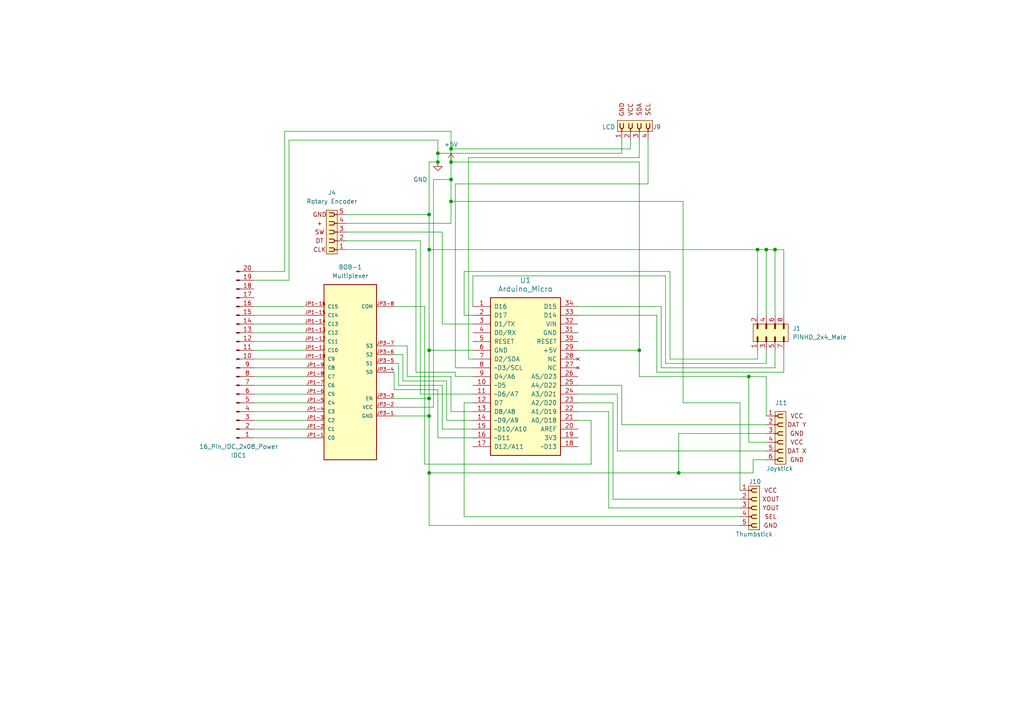
<source format=kicad_sch>
(kicad_sch (version 20230121) (generator eeschema)
  (paper "A4")
  (lib_symbols
    (symbol "16_Pin_IDC:2x09_IDC_Power" (pin_names (offset 1.016) hide)
      (property "Reference" "IDC" (at -13.97 25.4 0))
      (property "Value" "16_Pin_IDC_2x08_Power" (at -11.43 -30.48 0))
      (symbol "2x09_IDC_Power_1_1"
        (rectangle (start -15.6464 -26.543) (end -16.51 -26.797) (stroke (width 0.1524)) (fill (type outline)))
        (rectangle (start -15.6464 -24.003) (end -16.51 -24.257) (stroke (width 0.1524)) (fill (type outline)))
        (rectangle (start -15.6464 -21.463) (end -16.51 -21.717) (stroke (width 0.1524)) (fill (type outline)))
        (rectangle (start -15.6464 -18.923) (end -16.51 -19.177) (stroke (width 0.1524)) (fill (type outline)))
        (rectangle (start -15.6464 -16.383) (end -16.51 -16.637) (stroke (width 0.1524)) (fill (type outline)))
        (rectangle (start -15.6464 -13.843) (end -16.51 -14.097) (stroke (width 0.1524)) (fill (type outline)))
        (rectangle (start -15.6464 -11.303) (end -16.51 -11.557) (stroke (width 0.1524)) (fill (type outline)))
        (rectangle (start -15.6464 -8.763) (end -16.51 -9.017) (stroke (width 0.1524)) (fill (type outline)))
        (rectangle (start -15.6464 -6.223) (end -16.51 -6.477) (stroke (width 0.1524)) (fill (type outline)))
        (rectangle (start -15.6464 -3.683) (end -16.51 -3.937) (stroke (width 0.1524)) (fill (type outline)))
        (rectangle (start -15.6464 -1.143) (end -16.51 -1.397) (stroke (width 0.1524)) (fill (type outline)))
        (rectangle (start -15.6464 1.397) (end -16.51 1.143) (stroke (width 0.1524)) (fill (type outline)))
        (rectangle (start -15.6464 3.937) (end -16.51 3.683) (stroke (width 0.1524)) (fill (type outline)))
        (rectangle (start -15.6464 6.477) (end -16.51 6.223) (stroke (width 0.1524)) (fill (type outline)))
        (rectangle (start -15.6464 9.017) (end -16.51 8.763) (stroke (width 0.1524)) (fill (type outline)))
        (rectangle (start -15.6464 11.557) (end -16.51 11.303) (stroke (width 0.1524)) (fill (type outline)))
        (rectangle (start -15.6464 14.097) (end -16.51 13.843) (stroke (width 0.1524)) (fill (type outline)))
        (rectangle (start -15.6464 16.637) (end -16.51 16.383) (stroke (width 0.1524)) (fill (type outline)))
        (rectangle (start -15.6464 19.177) (end -16.51 18.923) (stroke (width 0.1524)) (fill (type outline)))
        (rectangle (start -15.6464 21.717) (end -16.51 21.463) (stroke (width 0.1524)) (fill (type outline)))
        (polyline (pts (xy -15.24 -26.67) (xy -15.6464 -26.67)) (stroke (width 0.1524)))
        (polyline (pts (xy -15.24 -24.13) (xy -15.6464 -24.13)) (stroke (width 0.1524)))
        (polyline (pts (xy -15.24 -21.59) (xy -15.6464 -21.59)) (stroke (width 0.1524)))
        (polyline (pts (xy -15.24 -19.05) (xy -15.6464 -19.05)) (stroke (width 0.1524)))
        (polyline (pts (xy -15.24 -16.51) (xy -15.6464 -16.51)) (stroke (width 0.1524)))
        (polyline (pts (xy -15.24 -13.97) (xy -15.6464 -13.97)) (stroke (width 0.1524)))
        (polyline (pts (xy -15.24 -11.43) (xy -15.6464 -11.43)) (stroke (width 0.1524)))
        (polyline (pts (xy -15.24 -8.89) (xy -15.6464 -8.89)) (stroke (width 0.1524)))
        (polyline (pts (xy -15.24 -6.35) (xy -15.6464 -6.35)) (stroke (width 0.1524)))
        (polyline (pts (xy -15.24 -3.81) (xy -15.6464 -3.81)) (stroke (width 0.1524)))
        (polyline (pts (xy -15.24 -1.27) (xy -15.6464 -1.27)) (stroke (width 0.1524)))
        (polyline (pts (xy -15.24 1.27) (xy -15.6464 1.27)) (stroke (width 0.1524)))
        (polyline (pts (xy -15.24 3.81) (xy -15.6464 3.81)) (stroke (width 0.1524)))
        (polyline (pts (xy -15.24 6.35) (xy -15.6464 6.35)) (stroke (width 0.1524)))
        (polyline (pts (xy -15.24 8.89) (xy -15.6464 8.89)) (stroke (width 0.1524)))
        (polyline (pts (xy -15.24 11.43) (xy -15.6464 11.43)) (stroke (width 0.1524)))
        (polyline (pts (xy -15.24 13.97) (xy -15.6464 13.97)) (stroke (width 0.1524)))
        (polyline (pts (xy -15.24 16.51) (xy -15.6464 16.51)) (stroke (width 0.1524)))
        (polyline (pts (xy -15.24 19.05) (xy -15.6464 19.05)) (stroke (width 0.1524)))
        (polyline (pts (xy -15.24 21.59) (xy -15.6464 21.59)) (stroke (width 0.1524)))
        (pin passive line (at -11.43 21.59 180) (length 3.81) (name "Pin_1") (number "1"))
        (pin passive line (at -11.43 -1.27 180) (length 3.81) (name "Pin_10") (number "10"))
        (pin passive line (at -11.43 -3.81 180) (length 3.81) (name "Pin_11") (number "11"))
        (pin passive line (at -11.43 -6.35 180) (length 3.81) (name "Pin_12") (number "12"))
        (pin passive line (at -11.43 -8.89 180) (length 3.81) (name "Pin_13") (number "13"))
        (pin passive line (at -11.43 -11.43 180) (length 3.81) (name "Pin_14") (number "14"))
        (pin passive line (at -11.43 -13.97 180) (length 3.81) (name "Pin_15") (number "15"))
        (pin passive line (at -11.43 -16.51 180) (length 3.81) (name "Pin_16") (number "16"))
        (pin passive line (at -11.43 -19.05 180) (length 3.81) (name "Pin_17") (number "17"))
        (pin passive line (at -11.43 -21.59 180) (length 3.81) (name "Pin_18") (number "18"))
        (pin passive line (at -11.43 -24.13 180) (length 3.81) (name "Pin_19") (number "19"))
        (pin passive line (at -11.43 19.05 180) (length 3.81) (name "Pin_2") (number "2"))
        (pin passive line (at -11.43 -26.67 180) (length 3.81) (name "Pin_20") (number "20"))
        (pin passive line (at -11.43 16.51 180) (length 3.81) (name "Pin_3") (number "3"))
        (pin passive line (at -11.43 13.97 180) (length 3.81) (name "Pin_4") (number "4"))
        (pin passive line (at -11.43 11.43 180) (length 3.81) (name "Pin_5") (number "5"))
        (pin passive line (at -11.43 8.89 180) (length 3.81) (name "Pin_6") (number "6"))
        (pin passive line (at -11.43 6.35 180) (length 3.81) (name "Pin_7") (number "7"))
        (pin passive line (at -11.43 3.81 180) (length 3.81) (name "Pin_8") (number "8"))
        (pin passive line (at -11.43 1.27 180) (length 3.81) (name "Pin_9") (number "9"))
      )
    )
    (symbol "Arduino:Arduino_Micro" (pin_names (offset 1.016))
      (property "Reference" "U" (at -10.16 26.67 0))
      (property "Value" "Arduino_Micro" (at -2.54 24.13 0))
      (symbol "Arduino_Micro_0_1"
        (rectangle (start -10.16 22.86) (end 10.16 -22.86) (stroke (width 0.254)) (fill (type background)))
      )
      (symbol "Arduino_Micro_1_1"
        (pin bidirectional line (at -15.24 20.32 0) (length 5.08) (name "D16") (number "1"))
        (pin bidirectional line (at -15.24 -2.54 0) (length 5.08) (name "~D5") (number "10"))
        (pin bidirectional line (at -15.24 -5.08 0) (length 5.08) (name "~D6/A7") (number "11"))
        (pin bidirectional line (at -15.24 -7.62 0) (length 5.08) (name "D7") (number "12"))
        (pin bidirectional line (at -15.24 -10.16 0) (length 5.08) (name "D8/A8") (number "13"))
        (pin bidirectional line (at -15.24 -12.7 0) (length 5.08) (name "~D9/A9") (number "14"))
        (pin bidirectional line (at -15.24 -15.24 0) (length 5.08) (name "~D10/A10") (number "15"))
        (pin bidirectional line (at -15.24 -17.78 0) (length 5.08) (name "~D11") (number "16"))
        (pin bidirectional line (at -15.24 -20.32 0) (length 5.08) (name "D12/A11") (number "17"))
        (pin bidirectional line (at 15.24 -20.32 180) (length 5.08) (name "~D13") (number "18"))
        (pin power_out line (at 15.24 -17.78 180) (length 5.08) (name "3V3") (number "19"))
        (pin bidirectional line (at -15.24 17.78 0) (length 5.08) (name "D17") (number "2"))
        (pin input line (at 15.24 -15.24 180) (length 5.08) (name "AREF") (number "20"))
        (pin bidirectional line (at 15.24 -12.7 180) (length 5.08) (name "A0/D18") (number "21"))
        (pin bidirectional line (at 15.24 -10.16 180) (length 5.08) (name "A1/D19") (number "22"))
        (pin bidirectional line (at 15.24 -7.62 180) (length 5.08) (name "A2/D20") (number "23"))
        (pin bidirectional line (at 15.24 -5.08 180) (length 5.08) (name "A3/D21") (number "24"))
        (pin bidirectional line (at 15.24 -2.54 180) (length 5.08) (name "A4/D22") (number "25"))
        (pin bidirectional line (at 15.24 0 180) (length 5.08) (name "A5/D23") (number "26"))
        (pin no_connect line (at 15.24 2.54 180) (length 5.08) (name "NC") (number "27"))
        (pin no_connect line (at 15.24 5.08 180) (length 5.08) (name "NC") (number "28"))
        (pin power_in line (at 15.24 7.62 180) (length 5.08) (name "+5V") (number "29"))
        (pin bidirectional line (at -15.24 15.24 0) (length 5.08) (name "D1/TX") (number "3"))
        (pin input line (at 15.24 10.16 180) (length 5.08) (name "RESET") (number "30"))
        (pin power_in line (at 15.24 12.7 180) (length 5.08) (name "GND") (number "31"))
        (pin power_out line (at 15.24 15.24 180) (length 5.08) (name "VIN") (number "32"))
        (pin bidirectional line (at 15.24 17.78 180) (length 5.08) (name "D14") (number "33"))
        (pin bidirectional line (at 15.24 20.32 180) (length 5.08) (name "D15") (number "34"))
        (pin bidirectional line (at -15.24 12.7 0) (length 5.08) (name "D0/RX") (number "4"))
        (pin input line (at -15.24 10.16 0) (length 5.08) (name "RESET") (number "5"))
        (pin power_in line (at -15.24 7.62 0) (length 5.08) (name "GND") (number "6"))
        (pin bidirectional line (at -15.24 5.08 0) (length 5.08) (name "D2/SDA") (number "7"))
        (pin bidirectional line (at -15.24 2.54 0) (length 5.08) (name "~D3/SCL") (number "8"))
        (pin bidirectional line (at -15.24 0 0) (length 5.08) (name "D4/A6") (number "9"))
      )
    )
    (symbol "CD74CH4067:BOB-09056" (pin_names (offset 1.016))
      (property "Reference" "BOB-1" (at 0 30.48 0))
      (property "Value" "BOB-09056" (at 0 27.94 0))
      (symbol "BOB-09056_0_0"
        (rectangle (start -7.62 25.4) (end 7.62 -25.4) (stroke (width 0.254)) (fill (type background)))
        (pin input line (at -12.7 -19.05 0) (length 5.08) (name "C0") (number "JP1-1"))
        (pin input line (at -12.7 3.81 0) (length 5.08) (name "C9") (number "JP1-10"))
        (pin input line (at -12.7 6.35 0) (length 5.08) (name "C10") (number "JP1-11"))
        (pin input line (at -12.7 8.89 0) (length 5.08) (name "C11") (number "JP1-12"))
        (pin input line (at -12.7 11.43 0) (length 5.08) (name "C12") (number "JP1-13"))
        (pin input line (at -12.7 13.97 0) (length 5.08) (name "C13") (number "JP1-14"))
        (pin input line (at -12.7 16.51 0) (length 5.08) (name "C14") (number "JP1-15"))
        (pin input line (at -12.7 19.05 0) (length 5.08) (name "C15") (number "JP1-16"))
        (pin input line (at -12.7 -16.51 0) (length 5.08) (name "C1") (number "JP1-2"))
        (pin input line (at -12.7 -13.97 0) (length 5.08) (name "C2") (number "JP1-3"))
        (pin input line (at -12.7 -11.43 0) (length 5.08) (name "C3") (number "JP1-4"))
        (pin input line (at -12.7 -8.89 0) (length 5.08) (name "C4") (number "JP1-5"))
        (pin input line (at -12.7 -6.35 0) (length 5.08) (name "C5") (number "JP1-6"))
        (pin input line (at -12.7 -3.81 0) (length 5.08) (name "C6") (number "JP1-7"))
        (pin input line (at -12.7 -1.27 0) (length 5.08) (name "C7") (number "JP1-8"))
        (pin input line (at -12.7 1.27 0) (length 5.08) (name "C8") (number "JP1-9"))
        (pin power_in line (at 12.7 -12.7 180) (length 5.08) (name "GND") (number "JP3-1"))
        (pin power_in line (at 12.7 -10.16 180) (length 5.08) (name "VCC") (number "JP3-2"))
        (pin input line (at 12.7 -7.62 180) (length 5.08) (name "EN") (number "JP3-3"))
        (pin input line (at 12.7 0 180) (length 5.08) (name "S0") (number "JP3-4"))
        (pin input line (at 12.7 2.54 180) (length 5.08) (name "S1") (number "JP3-5"))
        (pin input line (at 12.7 5.08 180) (length 5.08) (name "S2") (number "JP3-6"))
        (pin input line (at 12.7 7.62 180) (length 5.08) (name "S3") (number "JP3-7"))
        (pin bidirectional line (at 12.7 19.05 180) (length 5.08) (name "COM") (number "JP3-8"))
      )
    )
    (symbol "PCM_SL_Pin_Headers:PINHD_1x4_Female"
      (property "Reference" "J9" (at 0 -6.35 90))
      (property "Value" "LCD" (at 0 7.62 90))
      (symbol "PINHD_1x4_Female_0_1"
        (rectangle (start -1.27 5.08) (end 1.905 -5.08) (fill (type background)))
        (arc (start -0.508 -3.81) (mid -0.3592 -4.1692) (end 0 -4.318) (stroke (width 0.25)))
        (arc (start -0.508 -1.27) (mid -0.3592 -1.6292) (end 0 -1.778) (stroke (width 0.25)))
        (arc (start -0.508 1.27) (mid -0.3592 0.9108) (end 0 0.762) (stroke (width 0.25)))
        (arc (start -0.508 3.81) (mid -0.3592 3.4508) (end 0 3.302) (stroke (width 0.25)))
        (arc (start 0 -3.302) (mid -0.3592 -3.4508) (end -0.508 -3.81) (stroke (width 0.25)))
        (arc (start 0 -0.762) (mid -0.3592 -0.9108) (end -0.508 -1.27) (stroke (width 0.25)))
        (polyline (pts (xy -1.27 -3.81) (xy -0.508 -3.81)) (stroke (width 0.25)))
        (polyline (pts (xy -1.27 -1.27) (xy -0.508 -1.27)) (stroke (width 0.25)))
        (polyline (pts (xy -1.27 1.27) (xy -0.508 1.27)) (stroke (width 0.25)))
        (polyline (pts (xy -1.27 3.81) (xy -0.508 3.81)) (stroke (width 0.25)))
        (polyline (pts (xy 0 -4.318) (xy 1.016 -4.318)) (stroke (width 0.25)))
        (polyline (pts (xy 0 -3.302) (xy 1.016 -3.302)) (stroke (width 0.25)))
        (polyline (pts (xy 0 -1.778) (xy 1.016 -1.778)) (stroke (width 0.25)))
        (polyline (pts (xy 0 -0.762) (xy 1.016 -0.762)) (stroke (width 0.25)))
        (polyline (pts (xy 0 0.762) (xy 1.016 0.762)) (stroke (width 0.25)))
        (polyline (pts (xy 0 1.778) (xy 1.016 1.778)) (stroke (width 0.25)))
        (polyline (pts (xy 0 3.302) (xy 1.016 3.302)) (stroke (width 0.25)))
        (polyline (pts (xy 0 4.318) (xy 1.016 4.318)) (stroke (width 0.25)))
        (arc (start 0 1.778) (mid -0.3592 1.6292) (end -0.508 1.27) (stroke (width 0.25)))
        (arc (start 0 4.318) (mid -0.3592 4.1692) (end -0.508 3.81) (stroke (width 0.25)))
      )
      (symbol "PINHD_1x4_Female_1_1"
        (text "GND" (at 5.08 3.81 0) (effects (font (size 1.27 1.27))))
        (text "SCL" (at 5.08 -3.81 0) (effects (font (size 1.27 1.27))))
        (text "SDA" (at 5.08 -1.27 0) (effects (font (size 1.27 1.27))))
        (text "VCC" (at 5.08 1.27 0) (effects (font (size 1.27 1.27))))
        (pin passive line (at -3.81 3.81 0) (length 2.54) (name "") (number "1"))
        (pin passive line (at -3.81 1.27 0) (length 2.54) (name "") (number "2"))
        (pin passive line (at -3.81 -1.27 0) (length 2.54) (name "") (number "3"))
        (pin passive line (at -3.81 -3.81 0) (length 2.54) (name "") (number "4"))
      )
    )
    (symbol "PCM_SL_Pin_Headers:PINHD_1x5_Female"
      (property "Reference" "J4" (at 0.255 -11.43 0))
      (property "Value" "Rotary Encoder" (at 0.255 -8.89 0))
      (symbol "PINHD_1x5_Female_0_1"
        (rectangle (start -1.27 6.35) (end 1.905 -6.35) (fill (type background)))
        (arc (start -0.508 -5.08) (mid -0.3592 -5.4392) (end 0 -5.588) (stroke (width 0.25)))
        (arc (start -0.508 -2.54) (mid -0.3592 -2.8992) (end 0 -3.048) (stroke (width 0.25)))
        (arc (start -0.508 0) (mid -0.3592 -0.3592) (end 0 -0.508) (stroke (width 0.25)))
        (arc (start -0.508 2.54) (mid -0.3592 2.1808) (end 0 2.032) (stroke (width 0.25)))
        (arc (start -0.508 5.08) (mid -0.3592 4.7208) (end 0 4.572) (stroke (width 0.25)))
        (arc (start 0 -4.572) (mid -0.3592 -4.7208) (end -0.508 -5.08) (stroke (width 0.25)))
        (arc (start 0 -2.032) (mid -0.3592 -2.1808) (end -0.508 -2.54) (stroke (width 0.25)))
        (polyline (pts (xy -1.27 -5.08) (xy -0.508 -5.08)) (stroke (width 0.25)))
        (polyline (pts (xy -1.27 -2.54) (xy -0.508 -2.54)) (stroke (width 0.25)))
        (polyline (pts (xy -1.27 0) (xy -0.508 0)) (stroke (width 0.25)))
        (polyline (pts (xy -1.27 2.54) (xy -0.508 2.54)) (stroke (width 0.25)))
        (polyline (pts (xy -1.27 5.08) (xy -0.508 5.08)) (stroke (width 0.25)))
        (polyline (pts (xy 0 -5.588) (xy 1.016 -5.588)) (stroke (width 0.25)))
        (polyline (pts (xy 0 -4.572) (xy 1.016 -4.572)) (stroke (width 0.25)))
        (polyline (pts (xy 0 -3.048) (xy 1.016 -3.048)) (stroke (width 0.25)))
        (polyline (pts (xy 0 -2.032) (xy 1.016 -2.032)) (stroke (width 0.25)))
        (polyline (pts (xy 0 -0.508) (xy 1.016 -0.508)) (stroke (width 0.25)))
        (polyline (pts (xy 0 0.508) (xy 1.016 0.508)) (stroke (width 0.25)))
        (polyline (pts (xy 0 2.032) (xy 1.016 2.032)) (stroke (width 0.25)))
        (polyline (pts (xy 0 3.048) (xy 1.016 3.048)) (stroke (width 0.25)))
        (polyline (pts (xy 0 4.572) (xy 1.016 4.572)) (stroke (width 0.25)))
        (polyline (pts (xy 0 5.588) (xy 1.016 5.588)) (stroke (width 0.25)))
        (arc (start 0 0.508) (mid -0.3592 0.3592) (end -0.508 0) (stroke (width 0.25)))
        (arc (start 0 3.048) (mid -0.3592 2.8992) (end -0.508 2.54) (stroke (width 0.25)))
        (arc (start 0 5.588) (mid -0.3592 5.4392) (end -0.508 5.08) (stroke (width 0.25)))
      )
      (symbol "PINHD_1x5_Female_1_1"
        (text "+" (at 3.81 -2.54 0) (effects (font (size 1.27 1.27))))
        (text "CLK" (at 3.81 5.08 0) (effects (font (size 1.27 1.27))))
        (text "DT" (at 3.81 2.54 0) (effects (font (size 1.27 1.27))))
        (text "GND" (at 3.81 -5.08 0) (effects (font (size 1.27 1.27))))
        (text "SW" (at 3.81 0 0) (effects (font (size 1.27 1.27))))
        (pin passive line (at -3.81 5.08 0) (length 2.54) (name "") (number "1"))
        (pin passive line (at -3.81 2.54 0) (length 2.54) (name "") (number "2"))
        (pin passive line (at -3.81 0 0) (length 2.54) (name "") (number "3"))
        (pin passive line (at -3.81 -2.54 0) (length 2.54) (name "") (number "4"))
        (pin passive line (at -3.81 -5.08 0) (length 2.54) (name "") (number "5"))
      )
    )
    (symbol "PCM_SL_Pin_Headers:PINHD_1x6_Female"
      (property "Reference" "J11" (at -1.27 10.16 0))
      (property "Value" "Joystick" (at -3.81 -8.89 0))
      (symbol "PINHD_1x6_Female_0_1"
        (rectangle (start -1.27 7.62) (end 1.905 -7.62) (fill (type background)))
        (arc (start -0.508 -6.35) (mid -0.3592 -6.7092) (end 0 -6.858) (stroke (width 0.25)))
        (arc (start -0.508 -3.81) (mid -0.3592 -4.1692) (end 0 -4.318) (stroke (width 0.25)))
        (arc (start -0.508 -1.27) (mid -0.3592 -1.6292) (end 0 -1.778) (stroke (width 0.25)))
        (arc (start -0.508 1.27) (mid -0.3592 0.9108) (end 0 0.762) (stroke (width 0.25)))
        (arc (start -0.508 3.81) (mid -0.3592 3.4508) (end 0 3.302) (stroke (width 0.25)))
        (arc (start -0.508 6.35) (mid -0.3592 5.9908) (end 0 5.842) (stroke (width 0.25)))
        (arc (start 0 -5.842) (mid -0.3592 -5.9908) (end -0.508 -6.35) (stroke (width 0.25)))
        (arc (start 0 -3.302) (mid -0.3592 -3.4508) (end -0.508 -3.81) (stroke (width 0.25)))
        (arc (start 0 -0.762) (mid -0.3592 -0.9108) (end -0.508 -1.27) (stroke (width 0.25)))
        (polyline (pts (xy -1.27 -6.35) (xy -0.508 -6.35)) (stroke (width 0.25)))
        (polyline (pts (xy -1.27 -3.81) (xy -0.508 -3.81)) (stroke (width 0.25)))
        (polyline (pts (xy -1.27 -1.27) (xy -0.508 -1.27)) (stroke (width 0.25)))
        (polyline (pts (xy -1.27 1.27) (xy -0.508 1.27)) (stroke (width 0.25)))
        (polyline (pts (xy -1.27 3.81) (xy -0.508 3.81)) (stroke (width 0.25)))
        (polyline (pts (xy -1.27 6.35) (xy -0.508 6.35)) (stroke (width 0.25)))
        (polyline (pts (xy 0 -6.858) (xy 1.016 -6.858)) (stroke (width 0.25)))
        (polyline (pts (xy 0 -5.842) (xy 1.016 -5.842)) (stroke (width 0.25)))
        (polyline (pts (xy 0 -4.318) (xy 1.016 -4.318)) (stroke (width 0.25)))
        (polyline (pts (xy 0 -3.302) (xy 1.016 -3.302)) (stroke (width 0.25)))
        (polyline (pts (xy 0 -1.778) (xy 1.016 -1.778)) (stroke (width 0.25)))
        (polyline (pts (xy 0 -0.762) (xy 1.016 -0.762)) (stroke (width 0.25)))
        (polyline (pts (xy 0 0.762) (xy 1.016 0.762)) (stroke (width 0.25)))
        (polyline (pts (xy 0 1.778) (xy 1.016 1.778)) (stroke (width 0.25)))
        (polyline (pts (xy 0 3.302) (xy 1.016 3.302)) (stroke (width 0.25)))
        (polyline (pts (xy 0 4.318) (xy 1.016 4.318)) (stroke (width 0.25)))
        (polyline (pts (xy 0 5.842) (xy 1.016 5.842)) (stroke (width 0.25)))
        (polyline (pts (xy 0 6.858) (xy 1.016 6.858)) (stroke (width 0.25)))
        (arc (start 0 1.778) (mid -0.3592 1.6292) (end -0.508 1.27) (stroke (width 0.25)))
        (arc (start 0 4.318) (mid -0.3592 4.1692) (end -0.508 3.81) (stroke (width 0.25)))
        (arc (start 0 6.858) (mid -0.3592 6.7092) (end -0.508 6.35) (stroke (width 0.25)))
      )
      (symbol "PINHD_1x6_Female_1_1"
        (text "DAT X" (at 5.08 -3.81 0) (effects (font (size 1.27 1.27))))
        (text "DAT Y" (at 5.08 3.81 0) (effects (font (size 1.27 1.27))))
        (text "GND" (at 5.08 -6.35 0) (effects (font (size 1.27 1.27))))
        (text "GND" (at 5.08 1.27 0) (effects (font (size 1.27 1.27))))
        (text "VCC" (at 5.08 -1.27 0) (effects (font (size 1.27 1.27))))
        (text "VCC" (at 5.08 6.35 0) (effects (font (size 1.27 1.27))))
        (pin passive line (at -3.81 6.35 0) (length 2.54) (name "") (number "1"))
        (pin passive line (at -3.81 3.81 0) (length 2.54) (name "") (number "2"))
        (pin passive line (at -3.81 1.27 0) (length 2.54) (name "") (number "3"))
        (pin passive line (at -3.81 -1.27 0) (length 2.54) (name "") (number "4"))
        (pin passive line (at -3.81 -3.81 0) (length 2.54) (name "") (number "5"))
        (pin passive line (at -3.81 -6.35 0) (length 2.54) (name "") (number "6"))
      )
    )
    (symbol "PCM_SL_Pin_Headers:PINHD_2x4_Male"
      (property "Reference" "J" (at -1.27 8.89 0))
      (property "Value" "PINHD_2x4_Male" (at -1.27 6.35 0))
      (symbol "PINHD_2x4_Male_0_1"
        (rectangle (start -2.54 5.08) (end 2.54 -5.08) (fill (type background)))
        (polyline (pts (xy -2.54 -3.81) (xy -1.27 -3.81)) (stroke (width 0.5)))
        (polyline (pts (xy -2.54 -1.27) (xy -1.27 -1.27)) (stroke (width 0.5)))
        (polyline (pts (xy -2.54 1.27) (xy -1.27 1.27)) (stroke (width 0.3)))
        (polyline (pts (xy -2.54 1.27) (xy -1.27 1.27)) (stroke (width 0.5)))
        (polyline (pts (xy -2.54 3.81) (xy -1.27 3.81)) (stroke (width 0.5)))
        (polyline (pts (xy 1.27 -3.81) (xy 2.54 -3.81)) (stroke (width 0.5)))
        (polyline (pts (xy 1.27 -1.27) (xy 2.54 -1.27)) (stroke (width 0.5)))
        (polyline (pts (xy 1.27 1.27) (xy 2.54 1.27)) (stroke (width 0.5)))
        (polyline (pts (xy 1.27 3.81) (xy 2.54 3.81)) (stroke (width 0.5)))
      )
      (symbol "PINHD_2x4_Male_1_1"
        (pin passive line (at -5.08 3.81 0) (length 2.54) (name "") (number "1"))
        (pin passive line (at 5.08 3.81 180) (length 2.54) (name "") (number "2"))
        (pin passive line (at -5.08 1.27 0) (length 2.54) (name "") (number "3"))
        (pin passive line (at 5.08 1.27 180) (length 2.54) (name "") (number "4"))
        (pin passive line (at -5.08 -1.27 0) (length 2.54) (name "") (number "5"))
        (pin passive line (at 5.08 -1.27 180) (length 2.54) (name "") (number "6"))
        (pin passive line (at -5.08 -3.81 0) (length 2.54) (name "") (number "7"))
        (pin passive line (at 5.08 -3.81 180) (length 2.54) (name "") (number "8"))
      )
    )
    (symbol "PINHD_1x5_Female_1"
      (property "Reference" "J10" (at -1.27 7.62 0))
      (property "Value" "Thumbstick" (at -5.08 -7.62 0))
      (symbol "PINHD_1x5_Female_1_0_1"
        (rectangle (start -1.27 6.35) (end 1.905 -6.35) (fill (type background)))
        (arc (start -0.508 -5.08) (mid -0.3592 -5.4392) (end 0 -5.588) (stroke (width 0.25)))
        (arc (start -0.508 -2.54) (mid -0.3592 -2.8992) (end 0 -3.048) (stroke (width 0.25)))
        (arc (start -0.508 0) (mid -0.3592 -0.3592) (end 0 -0.508) (stroke (width 0.25)))
        (arc (start -0.508 2.54) (mid -0.3592 2.1808) (end 0 2.032) (stroke (width 0.25)))
        (arc (start -0.508 5.08) (mid -0.3592 4.7208) (end 0 4.572) (stroke (width 0.25)))
        (arc (start 0 -4.572) (mid -0.3592 -4.7208) (end -0.508 -5.08) (stroke (width 0.25)))
        (arc (start 0 -2.032) (mid -0.3592 -2.1808) (end -0.508 -2.54) (stroke (width 0.25)))
        (polyline (pts (xy -1.27 -5.08) (xy -0.508 -5.08)) (stroke (width 0.25)))
        (polyline (pts (xy -1.27 -2.54) (xy -0.508 -2.54)) (stroke (width 0.25)))
        (polyline (pts (xy -1.27 0) (xy -0.508 0)) (stroke (width 0.25)))
        (polyline (pts (xy -1.27 2.54) (xy -0.508 2.54)) (stroke (width 0.25)))
        (polyline (pts (xy -1.27 5.08) (xy -0.508 5.08)) (stroke (width 0.25)))
        (polyline (pts (xy 0 -5.588) (xy 1.016 -5.588)) (stroke (width 0.25)))
        (polyline (pts (xy 0 -4.572) (xy 1.016 -4.572)) (stroke (width 0.25)))
        (polyline (pts (xy 0 -3.048) (xy 1.016 -3.048)) (stroke (width 0.25)))
        (polyline (pts (xy 0 -2.032) (xy 1.016 -2.032)) (stroke (width 0.25)))
        (polyline (pts (xy 0 -0.508) (xy 1.016 -0.508)) (stroke (width 0.25)))
        (polyline (pts (xy 0 0.508) (xy 1.016 0.508)) (stroke (width 0.25)))
        (polyline (pts (xy 0 2.032) (xy 1.016 2.032)) (stroke (width 0.25)))
        (polyline (pts (xy 0 3.048) (xy 1.016 3.048)) (stroke (width 0.25)))
        (polyline (pts (xy 0 4.572) (xy 1.016 4.572)) (stroke (width 0.25)))
        (polyline (pts (xy 0 5.588) (xy 1.016 5.588)) (stroke (width 0.25)))
        (arc (start 0 0.508) (mid -0.3592 0.3592) (end -0.508 0) (stroke (width 0.25)))
        (arc (start 0 3.048) (mid -0.3592 2.8992) (end -0.508 2.54) (stroke (width 0.25)))
        (arc (start 0 5.588) (mid -0.3592 5.4392) (end -0.508 5.08) (stroke (width 0.25)))
      )
      (symbol "PINHD_1x5_Female_1_1_1"
        (text "GND" (at 5.08 -5.08 0) (effects (font (size 1.27 1.27))))
        (text "SEL" (at 5.08 -2.54 0) (effects (font (size 1.27 1.27))))
        (text "VCC" (at 5.08 5.08 0) (effects (font (size 1.27 1.27))))
        (text "XOUT" (at 5.08 2.54 0) (effects (font (size 1.27 1.27))))
        (text "YOUT" (at 5.08 0 0) (effects (font (size 1.27 1.27))))
        (pin passive line (at -3.81 5.08 0) (length 2.54) (name "") (number "1"))
        (pin passive line (at -3.81 2.54 0) (length 2.54) (name "") (number "2"))
        (pin passive line (at -3.81 0 0) (length 2.54) (name "") (number "3"))
        (pin passive line (at -3.81 -2.54 0) (length 2.54) (name "") (number "4"))
        (pin passive line (at -3.81 -5.08 0) (length 2.54) (name "") (number "5"))
      )
    )
    (symbol "power:+5V" (power) (pin_names (offset 0))
      (property "Value" "+5V" (at 0 3.556 0))
      (symbol "+5V_0_1"
        (polyline (pts (xy -0.762 1.27) (xy 0 2.54)))
        (polyline (pts (xy 0 0) (xy 0 2.54)))
        (polyline (pts (xy 0 2.54) (xy 0.762 1.27)))
      )
      (symbol "+5V_1_1"
        (pin power_in line (at 0 0 90) (length 0) hide (name "+5V") (number "1"))
      )
    )
    (symbol "power:GND" (power) (pin_names (offset 0))
      (property "Value" "GND" (at 0 -3.81 0))
      (symbol "GND_0_1"
        (polyline (pts (xy 0 0) (xy 0 -1.27) (xy 1.27 -1.27) (xy 0 -2.54) (xy -1.27 -1.27) (xy 0 -1.27)))
      )
      (symbol "GND_1_1"
        (pin power_in line (at 0 0 270) (length 0) hide (name "GND") (number "1"))
      )
    )
  )
  (junction (at 222.25 72.39))
  (junction (at 124.46 62.23))
  (junction (at 130.81 58.42))
  (junction (at 224.79 72.39))
  (junction (at 124.46 120.65))
  (junction (at 124.46 72.39))
  (junction (at 217.17 109.22))
  (junction (at 130.81 52.07))
  (junction (at 196.85 137.16))
  (junction (at 124.46 137.16))
  (junction (at 127 44.45))
  (junction (at 127 46.99))
  (junction (at 130.81 46.99))
  (junction (at 130.81 43.18))
  (junction (at 124.46 115.57))
  (junction (at 124.46 101.6))
  (junction (at 185.42 101.6))
  (junction (at 219.71 72.39))
  (wire (pts (xy 227.33 107.95) (xy 190.5 107.95)))
  (wire (pts (xy 179.07 114.3) (xy 167.64 114.3)))
  (wire (pts (xy 185.42 109.22) (xy 217.17 109.22)))
  (wire (pts (xy 83.82 40.64) (xy 83.82 81.28)))
  (wire (pts (xy 114.3 118.11) (xy 125.73 118.11)))
  (wire (pts (xy 129.54 110.49) (xy 116.84 110.49)))
  (wire (pts (xy 185.42 109.22) (xy 185.42 101.6)))
  (wire (pts (xy 222.25 109.22) (xy 217.17 109.22)))
  (wire (pts (xy 124.46 101.6) (xy 124.46 115.57)))
  (wire (pts (xy 134.62 78.74) (xy 134.62 91.44)))
  (wire (pts (xy 214.63 149.86) (xy 134.62 149.86)))
  (wire (pts (xy 187.96 53.34) (xy 132.08 53.34)))
  (wire (pts (xy 129.54 110.49) (xy 129.54 121.92)))
  (wire (pts (xy 130.81 38.1) (xy 82.55 38.1)))
  (wire (pts (xy 177.8 144.78) (xy 177.8 116.84)))
  (wire (pts (xy 190.5 91.44) (xy 167.64 91.44)))
  (wire (pts (xy 198.12 116.84) (xy 198.12 58.42)))
  (wire (pts (xy 127 127) (xy 137.16 127)))
  (wire (pts (xy 137.16 88.9) (xy 137.16 80.01)))
  (wire (pts (xy 114.3 120.65) (xy 124.46 120.65)))
  (wire (pts (xy 222.25 120.65) (xy 222.25 109.22)))
  (wire (pts (xy 130.81 58.42) (xy 130.81 52.07)))
  (wire (pts (xy 128.27 93.98) (xy 137.16 93.98)))
  (wire (pts (xy 73.66 96.52) (xy 88.9 96.52)))
  (wire (pts (xy 100.33 69.85) (xy 121.92 69.85)))
  (wire (pts (xy 116.84 110.49) (xy 116.84 102.87)))
  (wire (pts (xy 194.31 78.74) (xy 134.62 78.74)))
  (wire (pts (xy 73.66 109.22) (xy 88.9 109.22)))
  (wire (pts (xy 167.64 101.6) (xy 185.42 101.6)))
  (wire (pts (xy 128.27 67.31) (xy 128.27 93.98)))
  (wire (pts (xy 227.33 91.44) (xy 227.33 72.39)))
  (wire (pts (xy 132.08 106.68) (xy 137.16 106.68)))
  (wire (pts (xy 171.45 134.62) (xy 171.45 121.92)))
  (wire (pts (xy 73.66 93.98) (xy 88.9 93.98)))
  (wire (pts (xy 167.64 116.84) (xy 177.8 116.84)))
  (wire (pts (xy 123.19 134.62) (xy 171.45 134.62)))
  (wire (pts (xy 100.33 62.23) (xy 124.46 62.23)))
  (wire (pts (xy 224.79 91.44) (xy 224.79 72.39)))
  (wire (pts (xy 73.66 114.3) (xy 88.9 114.3)))
  (wire (pts (xy 121.92 114.3) (xy 137.16 114.3)))
  (wire (pts (xy 191.77 106.68) (xy 191.77 88.9)))
  (wire (pts (xy 190.5 107.95) (xy 190.5 91.44)))
  (wire (pts (xy 132.08 109.22) (xy 132.08 107.95)))
  (wire (pts (xy 127 40.64) (xy 127 44.45)))
  (wire (pts (xy 73.66 104.14) (xy 88.9 104.14)))
  (wire (pts (xy 218.44 133.35) (xy 218.44 137.16)))
  (wire (pts (xy 222.25 125.73) (xy 196.85 125.73)))
  (wire (pts (xy 125.73 52.07) (xy 130.81 52.07)))
  (wire (pts (xy 73.66 78.74) (xy 82.55 78.74)))
  (wire (pts (xy 127 40.64) (xy 83.82 40.64)))
  (wire (pts (xy 114.3 107.95) (xy 114.3 113.03)))
  (wire (pts (xy 114.3 115.57) (xy 124.46 115.57)))
  (wire (pts (xy 115.57 111.76) (xy 128.27 111.76)))
  (wire (pts (xy 222.25 72.39) (xy 219.71 72.39)))
  (wire (pts (xy 135.89 104.14) (xy 137.16 104.14)))
  (wire (pts (xy 176.53 119.38) (xy 167.64 119.38)))
  (wire (pts (xy 134.62 116.84) (xy 137.16 116.84)))
  (wire (pts (xy 194.31 104.14) (xy 194.31 78.74)))
  (wire (pts (xy 180.34 40.64) (xy 180.34 44.45)))
  (wire (pts (xy 214.63 144.78) (xy 177.8 144.78)))
  (wire (pts (xy 179.07 130.81) (xy 179.07 114.3)))
  (wire (pts (xy 128.27 111.76) (xy 128.27 124.46)))
  (wire (pts (xy 218.44 133.35) (xy 222.25 133.35)))
  (wire (pts (xy 182.88 43.18) (xy 130.81 43.18)))
  (wire (pts (xy 82.55 38.1) (xy 82.55 78.74)))
  (wire (pts (xy 100.33 67.31) (xy 128.27 67.31)))
  (wire (pts (xy 219.71 91.44) (xy 219.71 72.39)))
  (wire (pts (xy 222.25 123.19) (xy 180.34 123.19)))
  (wire (pts (xy 217.17 128.27) (xy 217.17 109.22)))
  (wire (pts (xy 130.81 38.1) (xy 130.81 43.18)))
  (wire (pts (xy 135.89 45.72) (xy 135.89 104.14)))
  (wire (pts (xy 196.85 125.73) (xy 196.85 137.16)))
  (wire (pts (xy 134.62 149.86) (xy 134.62 116.84)))
  (wire (pts (xy 187.96 40.64) (xy 187.96 53.34)))
  (wire (pts (xy 120.65 107.95) (xy 120.65 72.39)))
  (wire (pts (xy 130.81 58.42) (xy 198.12 58.42)))
  (wire (pts (xy 227.33 72.39) (xy 224.79 72.39)))
  (wire (pts (xy 73.66 119.38) (xy 88.9 119.38)))
  (wire (pts (xy 222.25 128.27) (xy 217.17 128.27)))
  (wire (pts (xy 73.66 116.84) (xy 88.9 116.84)))
  (wire (pts (xy 214.63 147.32) (xy 176.53 147.32)))
  (wire (pts (xy 124.46 120.65) (xy 124.46 137.16)))
  (wire (pts (xy 124.46 115.57) (xy 124.46 120.65)))
  (wire (pts (xy 124.46 46.99) (xy 124.46 62.23)))
  (wire (pts (xy 127 113.03) (xy 127 127)))
  (wire (pts (xy 116.84 102.87) (xy 114.3 102.87)))
  (wire (pts (xy 224.79 72.39) (xy 222.25 72.39)))
  (wire (pts (xy 125.73 118.11) (xy 125.73 52.07)))
  (wire (pts (xy 130.81 109.22) (xy 118.11 109.22)))
  (wire (pts (xy 193.04 80.01) (xy 193.04 105.41)))
  (wire (pts (xy 73.66 124.46) (xy 88.9 124.46)))
  (wire (pts (xy 222.25 105.41) (xy 222.25 101.6)))
  (wire (pts (xy 73.66 106.68) (xy 88.9 106.68)))
  (wire (pts (xy 73.66 127) (xy 88.9 127)))
  (wire (pts (xy 219.71 101.6) (xy 219.71 104.14)))
  (wire (pts (xy 193.04 105.41) (xy 222.25 105.41)))
  (wire (pts (xy 171.45 121.92) (xy 167.64 121.92)))
  (wire (pts (xy 214.63 116.84) (xy 198.12 116.84)))
  (wire (pts (xy 73.66 111.76) (xy 88.9 111.76)))
  (wire (pts (xy 224.79 101.6) (xy 224.79 106.68)))
  (wire (pts (xy 180.34 111.76) (xy 167.64 111.76)))
  (wire (pts (xy 185.42 40.64) (xy 185.42 45.72)))
  (wire (pts (xy 124.46 101.6) (xy 137.16 101.6)))
  (wire (pts (xy 185.42 46.99) (xy 130.81 46.99)))
  (wire (pts (xy 185.42 46.99) (xy 185.42 101.6)))
  (wire (pts (xy 73.66 121.92) (xy 88.9 121.92)))
  (wire (pts (xy 124.46 62.23) (xy 124.46 72.39)))
  (wire (pts (xy 180.34 123.19) (xy 180.34 111.76)))
  (wire (pts (xy 222.25 130.81) (xy 179.07 130.81)))
  (wire (pts (xy 73.66 101.6) (xy 88.9 101.6)))
  (wire (pts (xy 218.44 137.16) (xy 196.85 137.16)))
  (wire (pts (xy 224.79 106.68) (xy 191.77 106.68)))
  (wire (pts (xy 130.81 119.38) (xy 137.16 119.38)))
  (wire (pts (xy 73.66 88.9) (xy 88.9 88.9)))
  (wire (pts (xy 124.46 72.39) (xy 124.46 101.6)))
  (wire (pts (xy 127 44.45) (xy 127 46.99)))
  (wire (pts (xy 115.57 105.41) (xy 115.57 111.76)))
  (wire (pts (xy 196.85 137.16) (xy 124.46 137.16)))
  (wire (pts (xy 73.66 81.28) (xy 83.82 81.28)))
  (wire (pts (xy 118.11 109.22) (xy 118.11 100.33)))
  (wire (pts (xy 137.16 80.01) (xy 193.04 80.01)))
  (wire (pts (xy 114.3 105.41) (xy 115.57 105.41)))
  (wire (pts (xy 132.08 107.95) (xy 120.65 107.95)))
  (wire (pts (xy 114.3 113.03) (xy 127 113.03)))
  (wire (pts (xy 100.33 64.77) (xy 130.81 64.77)))
  (wire (pts (xy 222.25 91.44) (xy 222.25 72.39)))
  (wire (pts (xy 130.81 64.77) (xy 130.81 58.42)))
  (wire (pts (xy 121.92 69.85) (xy 121.92 114.3)))
  (wire (pts (xy 124.46 152.4) (xy 124.46 137.16)))
  (wire (pts (xy 132.08 53.34) (xy 132.08 106.68)))
  (wire (pts (xy 219.71 104.14) (xy 194.31 104.14)))
  (wire (pts (xy 114.3 88.9) (xy 123.19 88.9)))
  (wire (pts (xy 176.53 147.32) (xy 176.53 119.38)))
  (wire (pts (xy 129.54 121.92) (xy 137.16 121.92)))
  (wire (pts (xy 214.63 152.4) (xy 124.46 152.4)))
  (wire (pts (xy 137.16 109.22) (xy 132.08 109.22)))
  (wire (pts (xy 128.27 124.46) (xy 137.16 124.46)))
  (wire (pts (xy 191.77 88.9) (xy 167.64 88.9)))
  (wire (pts (xy 124.46 46.99) (xy 127 46.99)))
  (wire (pts (xy 73.66 99.06) (xy 88.9 99.06)))
  (wire (pts (xy 214.63 142.24) (xy 214.63 116.84)))
  (wire (pts (xy 130.81 52.07) (xy 130.81 46.99)))
  (wire (pts (xy 227.33 101.6) (xy 227.33 107.95)))
  (wire (pts (xy 73.66 91.44) (xy 88.9 91.44)))
  (wire (pts (xy 123.19 88.9) (xy 123.19 134.62)))
  (wire (pts (xy 130.81 43.18) (xy 130.81 46.99)))
  (wire (pts (xy 182.88 40.64) (xy 182.88 43.18)))
  (wire (pts (xy 114.3 100.33) (xy 118.11 100.33)))
  (wire (pts (xy 124.46 72.39) (xy 219.71 72.39)))
  (wire (pts (xy 134.62 91.44) (xy 137.16 91.44)))
  (wire (pts (xy 130.81 109.22) (xy 130.81 119.38)))
  (wire (pts (xy 127 44.45) (xy 180.34 44.45)))
  (wire (pts (xy 100.33 72.39) (xy 120.65 72.39)))
  (wire (pts (xy 185.42 45.72) (xy 135.89 45.72)))
  (symbol (lib_id "PCM_SL_Pin_Headers:PINHD_1x4_Female") (at 184.15 36.83 90) (unit 1)
    (property "Reference" "J9" (at 190.5 36.83 90))
    (property "Value" "LCD" (at 176.53 36.83 90))
    (property "Footprint" "Connector_PinSocket_2.54mm:PinSocket_1x04_P2.54mm_Vertical" (effects hide))
  )
  (symbol (lib_name "PINHD_1x5_Female_1") (lib_id "PCM_SL_Pin_Headers:PINHD_1x5_Female") (at 218.44 147.32 0) (unit 1)
    (property "Reference" "J10" (at 217.17 139.7 0) (effects (justify left)))
    (property "Value" "Thumbstick" (at 213.36 154.94 0) (effects (justify left)))
    (property "Footprint" "Connector_PinSocket_2.54mm:PinSocket_1x05_P2.54mm_Vertical" (effects hide))
  )
  (symbol (lib_id "PCM_SL_Pin_Headers:PINHD_1x6_Female") (at 226.06 127 0) (unit 1)
    (property "Reference" "J11" (at 224.79 116.84 0) (effects (justify left)))
    (property "Value" "Joystick" (at 222.25 135.89 0) (effects (justify left)))
    (property "Footprint" "Connector_PinSocket_2.54mm:PinSocket_1x06_P2.54mm_Vertical" (effects hide))
  )
  (symbol (lib_id "PCM_SL_Pin_Headers:PINHD_2x4_Male") (at 223.52 96.52 90) (unit 1)
    (property "Reference" "J1" (at 229.87 95.25 90) (effects (justify right)))
    (property "Value" "PINHD_2x4_Male" (at 229.87 97.79 90) (effects (justify right)))
    (property "Footprint" "Connector_PinHeader_2.54mm:PinHeader_2x04_P2.54mm_Vertical" (effects hide))
  )
  (symbol (lib_id "CD74CH4067:BOB-09056") (at 101.6 107.95 0) (unit 1)
    (property "Reference" "BOB-1" (at 101.6 77.47 0))
    (property "Value" "Multiplexer" (at 101.6 80.01 0))
    (property "Footprint" "CD74CH4067:BOB-09056" (effects hide))
    (property "MF" "SparkFun Electronics" (effects hide))
    (property "MAXIMUM_PACKAGE_HEIGHT" "N/A" (effects hide))
    (property "Package" "None" (effects hide))
    (property "Price" "None" (effects hide))
    (property "Check_prices" "https://www.snapeda.com/parts/BOB-09056/SparkFun+Electronics/view-part/?ref=eda" (effects hide))
    (property "STANDARD" "Manufacturer Recommendations" (effects hide))
    (property "PARTREV" "v11" (effects hide))
    (property "SnapEDA_Link" "https://www.snapeda.com/parts/BOB-09056/SparkFun+Electronics/view-part/?ref=snap" (effects hide))
    (property "MP" "BOB-09056" (effects hide))
    (property "Purchase-URL" "https://www.snapeda.com/api/url_track_click_mouser/?unipart_id=482777&manufacturer=SparkFun Electronics&part_name=BOB-09056&search_term=None" (effects hide))
    (property "Description" "\n74HC4067 Analog and Digital Switch Interface Evaluation Board\n" (effects hide))
    (property "Availability" "In Stock" (effects hide))
    (property "MANUFACTURER" "SparkFun Electronics" (effects hide))
  )
  (symbol (lib_id "16_Pin_IDC:2x09_IDC_Power") (at 85.09 105.41 0) (mirror x) (unit 1)
    (property "Reference" "IDC1" (at 69.215 132.08 0))
    (property "Value" "16_Pin_IDC_2x08_Power" (at 69.215 129.54 0))
    (property "Footprint" "Connector_IDC:IDC-Header_2x10_P2.54mm_Vertical" (effects hide))
  )
  (symbol (lib_id "PCM_SL_Pin_Headers:PINHD_1x5_Female") (at 96.52 67.31 180) (unit 1)
    (property "Reference" "J4" (at 96.265 55.88 0))
    (property "Value" "Rotary Encoder" (at 96.265 58.42 0))
    (property "Footprint" "Connector_PinSocket_2.54mm:PinSocket_1x05_P2.54mm_Vertical" (effects hide))
  )
  (symbol (lib_id "power:GND") (at 127 46.99 0) (unit 1)
    (property "Reference" "#PWR01" (effects hide))
    (property "Value" "GND" (at 121.92 52.07 0))
  )
  (symbol (lib_id "Arduino:Arduino_Micro") (at 152.4 109.22 0) (unit 1)
    (property "Reference" "U1" (at 152.4 81.28 0) (effects (font (size 1.524 1.524))))
    (property "Value" "Arduino_Micro" (at 152.4 83.82 0) (effects (font (size 1.524 1.524))))
    (property "Footprint" "Arduino:Arduino_Micro" (effects hide))
    (property "Datasheet" "https://store.arduino.cc/usa/arduino-micro" (effects hide))
  )
  (symbol (lib_id "power:+5V") (at 130.81 46.99 0) (unit 1)
    (property "Reference" "#PWR02" (effects hide))
    (property "Value" "+5V" (at 130.81 41.91 0))
  )
)
</source>
